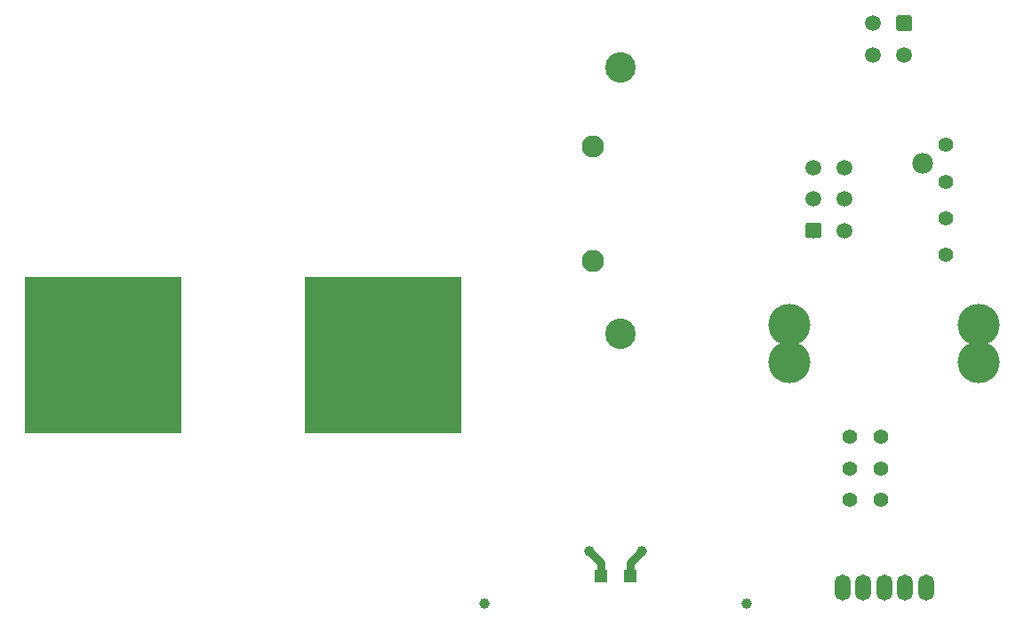
<source format=gbl>
G04 #@! TF.GenerationSoftware,KiCad,Pcbnew,(5.1.4-0-10_14)*
G04 #@! TF.CreationDate,2020-02-02T19:29:52-05:00*
G04 #@! TF.ProjectId,AIR_MINUS,4149525f-4d49-44e5-9553-2e6b69636164,rev?*
G04 #@! TF.SameCoordinates,Original*
G04 #@! TF.FileFunction,Copper,L2,Bot*
G04 #@! TF.FilePolarity,Positive*
%FSLAX46Y46*%
G04 Gerber Fmt 4.6, Leading zero omitted, Abs format (unit mm)*
G04 Created by KiCad (PCBNEW (5.1.4-0-10_14)) date 2020-02-02 19:29:52*
%MOMM*%
%LPD*%
G04 APERTURE LIST*
%ADD10C,2.900000*%
%ADD11C,2.120000*%
%ADD12C,1.700000*%
%ADD13R,15.000000X15.000000*%
%ADD14C,1.500000*%
%ADD15C,0.100000*%
%ADD16R,1.200000X1.200000*%
%ADD17O,1.500000X2.500000*%
%ADD18C,4.000000*%
%ADD19C,1.000000*%
%ADD20C,1.397000*%
%ADD21C,1.981000*%
%ADD22C,1.400000*%
%ADD23C,0.762000*%
G04 APERTURE END LIST*
D10*
X114240000Y-145387000D03*
X114240000Y-119987000D03*
D11*
X111570000Y-138380000D03*
X111570000Y-127480000D03*
D12*
X87800000Y-141010000D03*
X97959999Y-141010000D03*
X85260000Y-141010001D03*
X92880000Y-141010000D03*
X90340000Y-141010000D03*
X95420000Y-141010000D03*
X85260001Y-153710000D03*
X87800000Y-153710000D03*
X90340000Y-153710000D03*
X92880000Y-153710000D03*
X97960000Y-153709999D03*
X95420000Y-153710000D03*
D13*
X91610000Y-147360000D03*
D12*
X61140000Y-141010000D03*
X71299999Y-141010000D03*
X58600000Y-141010001D03*
X66220000Y-141010000D03*
X63680000Y-141010000D03*
X68760000Y-141010000D03*
X58600001Y-153710000D03*
X61140000Y-153710000D03*
X63680000Y-153710000D03*
X66220000Y-153710000D03*
X71300000Y-153709999D03*
X68760000Y-153710000D03*
D13*
X64950000Y-147360000D03*
D14*
X138240000Y-118730000D03*
X138240000Y-115730000D03*
X141240000Y-118730000D03*
D15*
G36*
X141764504Y-114981204D02*
G01*
X141788773Y-114984804D01*
X141812571Y-114990765D01*
X141835671Y-114999030D01*
X141857849Y-115009520D01*
X141878893Y-115022133D01*
X141898598Y-115036747D01*
X141916777Y-115053223D01*
X141933253Y-115071402D01*
X141947867Y-115091107D01*
X141960480Y-115112151D01*
X141970970Y-115134329D01*
X141979235Y-115157429D01*
X141985196Y-115181227D01*
X141988796Y-115205496D01*
X141990000Y-115230000D01*
X141990000Y-116230000D01*
X141988796Y-116254504D01*
X141985196Y-116278773D01*
X141979235Y-116302571D01*
X141970970Y-116325671D01*
X141960480Y-116347849D01*
X141947867Y-116368893D01*
X141933253Y-116388598D01*
X141916777Y-116406777D01*
X141898598Y-116423253D01*
X141878893Y-116437867D01*
X141857849Y-116450480D01*
X141835671Y-116460970D01*
X141812571Y-116469235D01*
X141788773Y-116475196D01*
X141764504Y-116478796D01*
X141740000Y-116480000D01*
X140740000Y-116480000D01*
X140715496Y-116478796D01*
X140691227Y-116475196D01*
X140667429Y-116469235D01*
X140644329Y-116460970D01*
X140622151Y-116450480D01*
X140601107Y-116437867D01*
X140581402Y-116423253D01*
X140563223Y-116406777D01*
X140546747Y-116388598D01*
X140532133Y-116368893D01*
X140519520Y-116347849D01*
X140509030Y-116325671D01*
X140500765Y-116302571D01*
X140494804Y-116278773D01*
X140491204Y-116254504D01*
X140490000Y-116230000D01*
X140490000Y-115230000D01*
X140491204Y-115205496D01*
X140494804Y-115181227D01*
X140500765Y-115157429D01*
X140509030Y-115134329D01*
X140519520Y-115112151D01*
X140532133Y-115091107D01*
X140546747Y-115071402D01*
X140563223Y-115053223D01*
X140581402Y-115036747D01*
X140601107Y-115022133D01*
X140622151Y-115009520D01*
X140644329Y-114999030D01*
X140667429Y-114990765D01*
X140691227Y-114984804D01*
X140715496Y-114981204D01*
X140740000Y-114980000D01*
X141740000Y-114980000D01*
X141764504Y-114981204D01*
X141764504Y-114981204D01*
G37*
D14*
X141240000Y-115730000D03*
D16*
X112350000Y-168450000D03*
X115150000Y-168450000D03*
D17*
X135352800Y-169531200D03*
X137352800Y-169531200D03*
X139352800Y-169531200D03*
X141352800Y-169531200D03*
D18*
X130352800Y-148031200D03*
X130352800Y-144531200D03*
X148352800Y-144531200D03*
D17*
X143352800Y-169531200D03*
D18*
X148352800Y-148031200D03*
D19*
X116250000Y-166120000D03*
X111250000Y-166120000D03*
X126250000Y-171120000D03*
X101250000Y-171120000D03*
D14*
X135600000Y-129500000D03*
X135600000Y-132500000D03*
X135600000Y-135500000D03*
X132600000Y-129500000D03*
X132600000Y-132500000D03*
D15*
G36*
X133124504Y-134751204D02*
G01*
X133148773Y-134754804D01*
X133172571Y-134760765D01*
X133195671Y-134769030D01*
X133217849Y-134779520D01*
X133238893Y-134792133D01*
X133258598Y-134806747D01*
X133276777Y-134823223D01*
X133293253Y-134841402D01*
X133307867Y-134861107D01*
X133320480Y-134882151D01*
X133330970Y-134904329D01*
X133339235Y-134927429D01*
X133345196Y-134951227D01*
X133348796Y-134975496D01*
X133350000Y-135000000D01*
X133350000Y-136000000D01*
X133348796Y-136024504D01*
X133345196Y-136048773D01*
X133339235Y-136072571D01*
X133330970Y-136095671D01*
X133320480Y-136117849D01*
X133307867Y-136138893D01*
X133293253Y-136158598D01*
X133276777Y-136176777D01*
X133258598Y-136193253D01*
X133238893Y-136207867D01*
X133217849Y-136220480D01*
X133195671Y-136230970D01*
X133172571Y-136239235D01*
X133148773Y-136245196D01*
X133124504Y-136248796D01*
X133100000Y-136250000D01*
X132100000Y-136250000D01*
X132075496Y-136248796D01*
X132051227Y-136245196D01*
X132027429Y-136239235D01*
X132004329Y-136230970D01*
X131982151Y-136220480D01*
X131961107Y-136207867D01*
X131941402Y-136193253D01*
X131923223Y-136176777D01*
X131906747Y-136158598D01*
X131892133Y-136138893D01*
X131879520Y-136117849D01*
X131869030Y-136095671D01*
X131860765Y-136072571D01*
X131854804Y-136048773D01*
X131851204Y-136024504D01*
X131850000Y-136000000D01*
X131850000Y-135000000D01*
X131851204Y-134975496D01*
X131854804Y-134951227D01*
X131860765Y-134927429D01*
X131869030Y-134904329D01*
X131879520Y-134882151D01*
X131892133Y-134861107D01*
X131906747Y-134841402D01*
X131923223Y-134823223D01*
X131941402Y-134806747D01*
X131961107Y-134792133D01*
X131982151Y-134779520D01*
X132004329Y-134769030D01*
X132027429Y-134760765D01*
X132051227Y-134754804D01*
X132075496Y-134751204D01*
X132100000Y-134750000D01*
X133100000Y-134750000D01*
X133124504Y-134751204D01*
X133124504Y-134751204D01*
G37*
D14*
X132600000Y-135500000D03*
D20*
X145200000Y-137850000D03*
X145200000Y-134350000D03*
D21*
X142970000Y-129100000D03*
D20*
X145200000Y-127350000D03*
X145200000Y-130850000D03*
D22*
X136037600Y-161191200D03*
X136037600Y-158191200D03*
X136037600Y-155191200D03*
X139037600Y-161191200D03*
X139037600Y-158191200D03*
X139037600Y-155191200D03*
D23*
X115150000Y-167220000D02*
X116250000Y-166120000D01*
X115150000Y-168450000D02*
X115150000Y-167220000D01*
X112350000Y-167220000D02*
X111250000Y-166120000D01*
X112350000Y-168450000D02*
X112350000Y-167220000D01*
M02*

</source>
